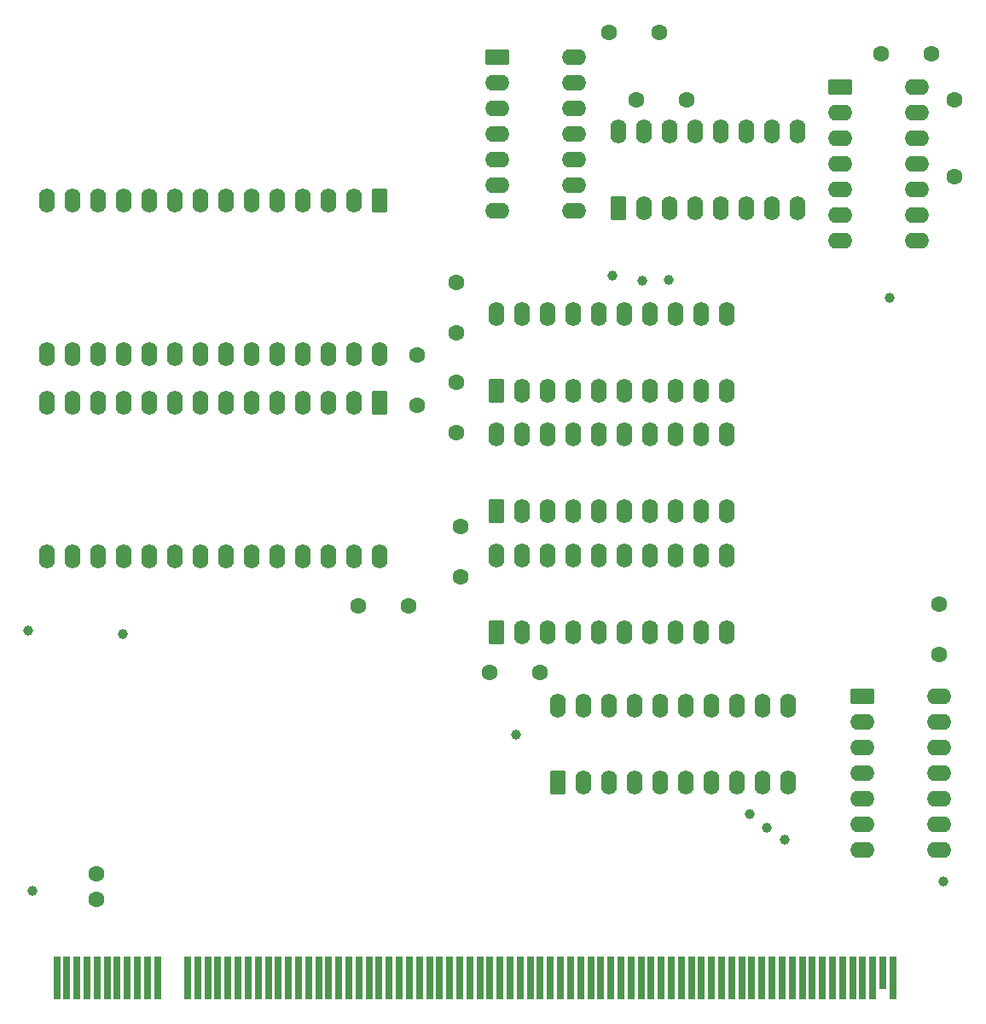
<source format=gbr>
%TF.GenerationSoftware,KiCad,Pcbnew,9.0.5*%
%TF.CreationDate,2025-11-19T18:12:50+02:00*%
%TF.ProjectId,core_2,636f7265-5f32-42e6-9b69-6361645f7063,rev?*%
%TF.SameCoordinates,Original*%
%TF.FileFunction,Soldermask,Top*%
%TF.FilePolarity,Negative*%
%FSLAX46Y46*%
G04 Gerber Fmt 4.6, Leading zero omitted, Abs format (unit mm)*
G04 Created by KiCad (PCBNEW 9.0.5) date 2025-11-19 18:12:50*
%MOMM*%
%LPD*%
G01*
G04 APERTURE LIST*
G04 Aperture macros list*
%AMRoundRect*
0 Rectangle with rounded corners*
0 $1 Rounding radius*
0 $2 $3 $4 $5 $6 $7 $8 $9 X,Y pos of 4 corners*
0 Add a 4 corners polygon primitive as box body*
4,1,4,$2,$3,$4,$5,$6,$7,$8,$9,$2,$3,0*
0 Add four circle primitives for the rounded corners*
1,1,$1+$1,$2,$3*
1,1,$1+$1,$4,$5*
1,1,$1+$1,$6,$7*
1,1,$1+$1,$8,$9*
0 Add four rect primitives between the rounded corners*
20,1,$1+$1,$2,$3,$4,$5,0*
20,1,$1+$1,$4,$5,$6,$7,0*
20,1,$1+$1,$6,$7,$8,$9,0*
20,1,$1+$1,$8,$9,$2,$3,0*%
G04 Aperture macros list end*
%ADD10C,1.000000*%
%ADD11RoundRect,0.250000X-0.550000X0.950000X-0.550000X-0.950000X0.550000X-0.950000X0.550000X0.950000X0*%
%ADD12O,1.600000X2.400000*%
%ADD13C,1.600000*%
%ADD14RoundRect,0.250000X0.550000X-0.950000X0.550000X0.950000X-0.550000X0.950000X-0.550000X-0.950000X0*%
%ADD15RoundRect,0.250000X-0.950000X-0.550000X0.950000X-0.550000X0.950000X0.550000X-0.950000X0.550000X0*%
%ADD16O,2.400000X1.600000*%
%ADD17R,0.700000X4.300000*%
%ADD18R,0.700000X3.200000*%
G04 APERTURE END LIST*
D10*
%TO.C,SignO1*%
X248070000Y-38380000D03*
%TD*%
D11*
%TO.C,TABLE7*%
X225000000Y-51000000D03*
D12*
X222460000Y-51000000D03*
X219920000Y-51000000D03*
X217380000Y-51000000D03*
X214840000Y-51000000D03*
X212300000Y-51000000D03*
X209760000Y-51000000D03*
X207220000Y-51000000D03*
X204680000Y-51000000D03*
X202140000Y-51000000D03*
X199600000Y-51000000D03*
X197060000Y-51000000D03*
X194520000Y-51000000D03*
X191980000Y-51000000D03*
X191980000Y-66240000D03*
X194520000Y-66240000D03*
X197060000Y-66240000D03*
X199600000Y-66240000D03*
X202140000Y-66240000D03*
X204680000Y-66240000D03*
X207220000Y-66240000D03*
X209760000Y-66240000D03*
X212300000Y-66240000D03*
X214840000Y-66240000D03*
X217380000Y-66240000D03*
X219920000Y-66240000D03*
X222460000Y-66240000D03*
X225000000Y-66240000D03*
%TD*%
D13*
%TO.C,C4*%
X196850000Y-100300000D03*
X196850000Y-97800000D03*
%TD*%
D14*
%TO.C,U2*%
X236570000Y-49810000D03*
D12*
X239110000Y-49810000D03*
X241650000Y-49810000D03*
X244190000Y-49810000D03*
X246730000Y-49810000D03*
X249270000Y-49810000D03*
X251810000Y-49810000D03*
X254350000Y-49810000D03*
X256890000Y-49810000D03*
X259430000Y-49810000D03*
X259430000Y-42190000D03*
X256890000Y-42190000D03*
X254350000Y-42190000D03*
X251810000Y-42190000D03*
X249270000Y-42190000D03*
X246730000Y-42190000D03*
X244190000Y-42190000D03*
X241650000Y-42190000D03*
X239110000Y-42190000D03*
X236570000Y-42190000D03*
%TD*%
D10*
%TO.C,~{CLK}1*%
X281000000Y-98500000D03*
%TD*%
%TO.C,~{OUT_FR}1*%
X190150000Y-73675000D03*
%TD*%
D13*
%TO.C,C8*%
X232600000Y-49000000D03*
X232600000Y-54000000D03*
%TD*%
%TO.C,C17*%
X250500000Y-21000000D03*
X255500000Y-21000000D03*
%TD*%
D14*
%TO.C,STEP1*%
X248700000Y-31720000D03*
D12*
X251240000Y-31720000D03*
X253780000Y-31720000D03*
X256320000Y-31720000D03*
X258860000Y-31720000D03*
X261400000Y-31720000D03*
X263940000Y-31720000D03*
X266480000Y-31720000D03*
X266480000Y-24100000D03*
X263940000Y-24100000D03*
X261400000Y-24100000D03*
X258860000Y-24100000D03*
X256320000Y-24100000D03*
X253780000Y-24100000D03*
X251240000Y-24100000D03*
X248700000Y-24100000D03*
%TD*%
D10*
%TO.C,~{CarrIn}1*%
X263400000Y-93200000D03*
%TD*%
D13*
%TO.C,C11*%
X247750000Y-14250000D03*
X252750000Y-14250000D03*
%TD*%
D10*
%TO.C,~{ENBL}1*%
X275600000Y-40600000D03*
%TD*%
D13*
%TO.C,C9*%
X233000000Y-63300000D03*
X233000000Y-68300000D03*
%TD*%
D10*
%TO.C,ZerroIn1*%
X265200000Y-94400000D03*
%TD*%
D15*
%TO.C,U5*%
X272880000Y-80160000D03*
D16*
X272880000Y-82700000D03*
X272880000Y-85240000D03*
X272880000Y-87780000D03*
X272880000Y-90320000D03*
X272880000Y-92860000D03*
X272880000Y-95400000D03*
X280500000Y-95400000D03*
X280500000Y-92860000D03*
X280500000Y-90320000D03*
X280500000Y-87780000D03*
X280500000Y-85240000D03*
X280500000Y-82700000D03*
X280500000Y-80160000D03*
%TD*%
D13*
%TO.C,C12*%
X279800000Y-16400000D03*
X274800000Y-16400000D03*
%TD*%
%TO.C,C7*%
X232600000Y-44100000D03*
X232600000Y-39100000D03*
%TD*%
D11*
%TO.C,TABLE8*%
X225000000Y-31000000D03*
D12*
X222460000Y-31000000D03*
X219920000Y-31000000D03*
X217380000Y-31000000D03*
X214840000Y-31000000D03*
X212300000Y-31000000D03*
X209760000Y-31000000D03*
X207220000Y-31000000D03*
X204680000Y-31000000D03*
X202140000Y-31000000D03*
X199600000Y-31000000D03*
X197060000Y-31000000D03*
X194520000Y-31000000D03*
X191980000Y-31000000D03*
X191980000Y-46240000D03*
X194520000Y-46240000D03*
X197060000Y-46240000D03*
X199600000Y-46240000D03*
X202140000Y-46240000D03*
X204680000Y-46240000D03*
X207220000Y-46240000D03*
X209760000Y-46240000D03*
X212300000Y-46240000D03*
X214840000Y-46240000D03*
X217380000Y-46240000D03*
X219920000Y-46240000D03*
X222460000Y-46240000D03*
X225000000Y-46240000D03*
%TD*%
D13*
%TO.C,C2*%
X228750000Y-46250000D03*
X228750000Y-51250000D03*
%TD*%
D14*
%TO.C,B_IN1*%
X236570000Y-73810000D03*
D12*
X239110000Y-73810000D03*
X241650000Y-73810000D03*
X244190000Y-73810000D03*
X246730000Y-73810000D03*
X249270000Y-73810000D03*
X251810000Y-73810000D03*
X254350000Y-73810000D03*
X256890000Y-73810000D03*
X259430000Y-73810000D03*
X259430000Y-66190000D03*
X256890000Y-66190000D03*
X254350000Y-66190000D03*
X251810000Y-66190000D03*
X249270000Y-66190000D03*
X246730000Y-66190000D03*
X244190000Y-66190000D03*
X241650000Y-66190000D03*
X239110000Y-66190000D03*
X236570000Y-66190000D03*
%TD*%
D15*
%TO.C,U1*%
X236700000Y-16720000D03*
D16*
X236700000Y-19260000D03*
X236700000Y-21800000D03*
X236700000Y-24340000D03*
X236700000Y-26880000D03*
X236700000Y-29420000D03*
X236700000Y-31960000D03*
X244320000Y-31960000D03*
X244320000Y-29420000D03*
X244320000Y-26880000D03*
X244320000Y-24340000D03*
X244320000Y-21800000D03*
X244320000Y-19260000D03*
X244320000Y-16720000D03*
%TD*%
D13*
%TO.C,C3*%
X280500000Y-76000000D03*
X280500000Y-71000000D03*
%TD*%
D14*
%TO.C,B_OUT0*%
X236570000Y-61810000D03*
D12*
X239110000Y-61810000D03*
X241650000Y-61810000D03*
X244190000Y-61810000D03*
X246730000Y-61810000D03*
X249270000Y-61810000D03*
X251810000Y-61810000D03*
X254350000Y-61810000D03*
X256890000Y-61810000D03*
X259430000Y-61810000D03*
X259430000Y-54190000D03*
X256890000Y-54190000D03*
X254350000Y-54190000D03*
X251810000Y-54190000D03*
X249270000Y-54190000D03*
X246730000Y-54190000D03*
X244190000Y-54190000D03*
X241650000Y-54190000D03*
X239110000Y-54190000D03*
X236570000Y-54190000D03*
%TD*%
D13*
%TO.C,C6*%
X235900000Y-77800000D03*
X240900000Y-77800000D03*
%TD*%
%TO.C,R2*%
X282100000Y-20990000D03*
X282100000Y-28610000D03*
%TD*%
D10*
%TO.C,PWR1*%
X190500000Y-99450000D03*
%TD*%
D14*
%TO.C,B_IN0*%
X242720000Y-88720000D03*
D12*
X245260000Y-88720000D03*
X247800000Y-88720000D03*
X250340000Y-88720000D03*
X252880000Y-88720000D03*
X255420000Y-88720000D03*
X257960000Y-88720000D03*
X260500000Y-88720000D03*
X263040000Y-88720000D03*
X265580000Y-88720000D03*
X265580000Y-81100000D03*
X263040000Y-81100000D03*
X260500000Y-81100000D03*
X257960000Y-81100000D03*
X255420000Y-81100000D03*
X252880000Y-81100000D03*
X250340000Y-81100000D03*
X247800000Y-81100000D03*
X245260000Y-81100000D03*
X242720000Y-81100000D03*
%TD*%
D10*
%TO.C,~{L_FR}1*%
X199500000Y-74000000D03*
%TD*%
%TO.C,~{SignIn}1*%
X261700000Y-91875000D03*
%TD*%
D15*
%TO.C,U3*%
X270700000Y-19720000D03*
D16*
X270700000Y-22260000D03*
X270700000Y-24800000D03*
X270700000Y-27340000D03*
X270700000Y-29880000D03*
X270700000Y-32420000D03*
X270700000Y-34960000D03*
X278320000Y-34960000D03*
X278320000Y-32420000D03*
X278320000Y-29880000D03*
X278320000Y-27340000D03*
X278320000Y-24800000D03*
X278320000Y-22260000D03*
X278320000Y-19720000D03*
%TD*%
D17*
%TO.C,BC1*%
X192950000Y-108100000D03*
X193950000Y-108100000D03*
X194950000Y-108100000D03*
X195950000Y-108100000D03*
X196950000Y-108100000D03*
X197950000Y-108100000D03*
X198950000Y-108100000D03*
X199950000Y-108100000D03*
X200950000Y-108100000D03*
X201950000Y-108100000D03*
X202950000Y-108100000D03*
X205950000Y-108100000D03*
X206950000Y-108100000D03*
X207950000Y-108100000D03*
X208950000Y-108100000D03*
X209950000Y-108100000D03*
X210950000Y-108100000D03*
X211950000Y-108100000D03*
X212950000Y-108100000D03*
X213950000Y-108100000D03*
X214950000Y-108100000D03*
X215950000Y-108100000D03*
X216950000Y-108100000D03*
X217950000Y-108100000D03*
X218950000Y-108100000D03*
X219950000Y-108100000D03*
X220950000Y-108100000D03*
X221950000Y-108100000D03*
X222950000Y-108100000D03*
X223950000Y-108100000D03*
X224950000Y-108100000D03*
X225950000Y-108100000D03*
X226950000Y-108100000D03*
X227950000Y-108100000D03*
X228950000Y-108100000D03*
X229950000Y-108100000D03*
X230950000Y-108100000D03*
X231950000Y-108100000D03*
X232950000Y-108100000D03*
X233950000Y-108100000D03*
X234950000Y-108100000D03*
X235950000Y-108100000D03*
X236950000Y-108100000D03*
X237950000Y-108100000D03*
X238950000Y-108100000D03*
X239950000Y-108100000D03*
X240950000Y-108100000D03*
X241950000Y-108100000D03*
X242950000Y-108100000D03*
X243950000Y-108100000D03*
X244950000Y-108100000D03*
X245950000Y-108100000D03*
X246950000Y-108100000D03*
X247950000Y-108100000D03*
X248950000Y-108100000D03*
X249950000Y-108100000D03*
X250950000Y-108100000D03*
X251950000Y-108100000D03*
X252950000Y-108100000D03*
X253950000Y-108100000D03*
X254950000Y-108100000D03*
X255950000Y-108100000D03*
X256950000Y-108100000D03*
X257950000Y-108100000D03*
X258950000Y-108100000D03*
X259950000Y-108100000D03*
X260950000Y-108100000D03*
X261950000Y-108100000D03*
X262950000Y-108100000D03*
X263950000Y-108100000D03*
X264950000Y-108100000D03*
X265950000Y-108100000D03*
X266950000Y-108100000D03*
X267950000Y-108100000D03*
X268950000Y-108100000D03*
X269950000Y-108100000D03*
X270950000Y-108100000D03*
X271950000Y-108100000D03*
X272950000Y-108100000D03*
X273950000Y-108100000D03*
D18*
X274950000Y-107550000D03*
D17*
X275950000Y-108100000D03*
%TD*%
D10*
%TO.C,ZerroO1*%
X253675000Y-38850000D03*
%TD*%
%TO.C,~{UPD_FR}1*%
X238500000Y-84000000D03*
%TD*%
D13*
%TO.C,C1*%
X227900000Y-71200000D03*
X222900000Y-71200000D03*
%TD*%
D10*
%TO.C,CarryO1*%
X251100000Y-38900000D03*
%TD*%
M02*

</source>
